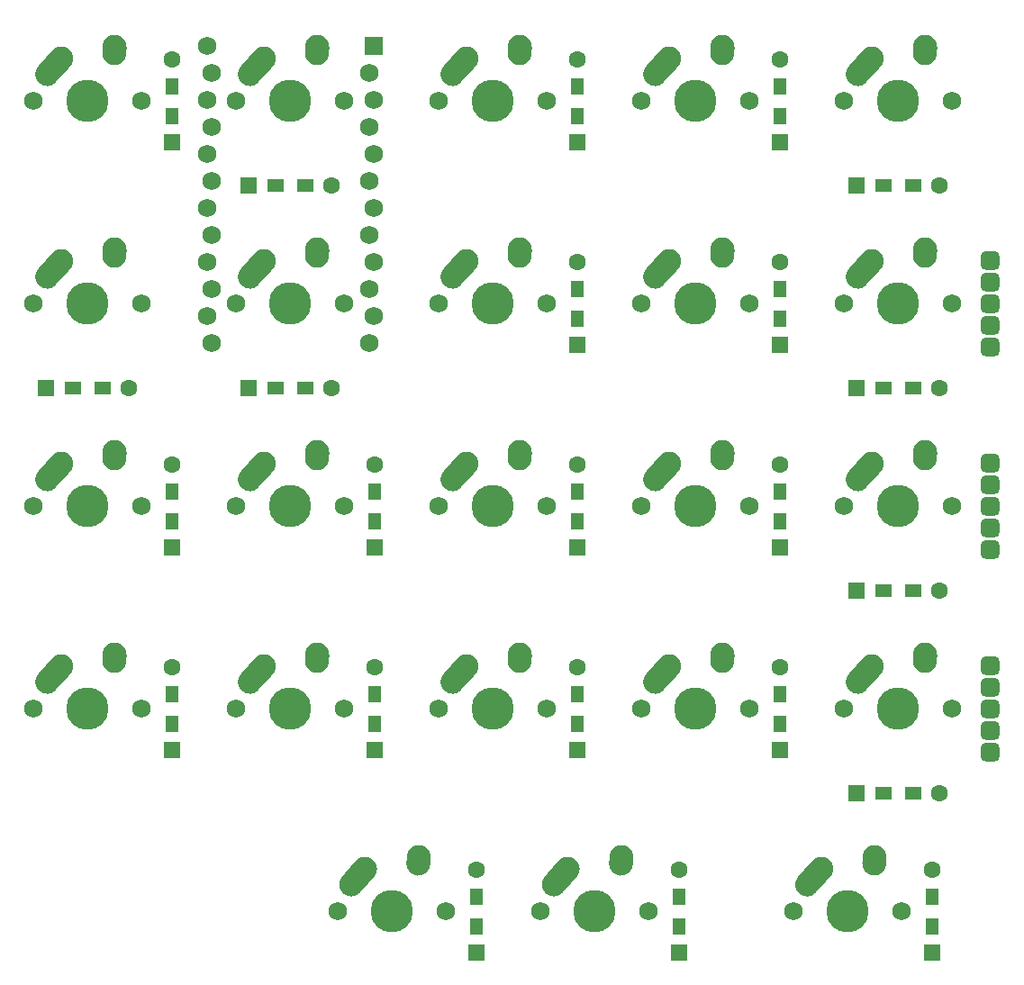
<source format=gbs>
%TF.GenerationSoftware,KiCad,Pcbnew,(5.1.12)-1*%
%TF.CreationDate,2022-01-01T12:52:38-05:00*%
%TF.ProjectId,my-keeb-1,6d792d6b-6565-4622-9d31-2e6b69636164,rev?*%
%TF.SameCoordinates,Original*%
%TF.FileFunction,Soldermask,Bot*%
%TF.FilePolarity,Negative*%
%FSLAX46Y46*%
G04 Gerber Fmt 4.6, Leading zero omitted, Abs format (unit mm)*
G04 Created by KiCad (PCBNEW (5.1.12)-1) date 2022-01-01 12:52:38*
%MOMM*%
%LPD*%
G01*
G04 APERTURE LIST*
%ADD10C,1.750000*%
%ADD11C,2.250000*%
%ADD12C,3.987800*%
%ADD13C,1.752600*%
%ADD14R,1.752600X1.752600*%
%ADD15R,1.600000X1.600000*%
%ADD16C,1.600000*%
%ADD17R,1.200000X1.600000*%
%ADD18R,1.600000X1.200000*%
G04 APERTURE END LIST*
%TO.C,M3*%
G36*
G01*
X107937300Y-36772850D02*
X107937300Y-37649150D01*
G75*
G02*
X107499150Y-38087300I-438150J0D01*
G01*
X106622850Y-38087300D01*
G75*
G02*
X106184700Y-37649150I0J438150D01*
G01*
X106184700Y-36772850D01*
G75*
G02*
X106622850Y-36334700I438150J0D01*
G01*
X107499150Y-36334700D01*
G75*
G02*
X107937300Y-36772850I0J-438150D01*
G01*
G37*
G36*
G01*
X107937300Y-38804850D02*
X107937300Y-39681150D01*
G75*
G02*
X107499150Y-40119300I-438150J0D01*
G01*
X106622850Y-40119300D01*
G75*
G02*
X106184700Y-39681150I0J438150D01*
G01*
X106184700Y-38804850D01*
G75*
G02*
X106622850Y-38366700I438150J0D01*
G01*
X107499150Y-38366700D01*
G75*
G02*
X107937300Y-38804850I0J-438150D01*
G01*
G37*
G36*
G01*
X107937300Y-40836850D02*
X107937300Y-41713150D01*
G75*
G02*
X107499150Y-42151300I-438150J0D01*
G01*
X106622850Y-42151300D01*
G75*
G02*
X106184700Y-41713150I0J438150D01*
G01*
X106184700Y-40836850D01*
G75*
G02*
X106622850Y-40398700I438150J0D01*
G01*
X107499150Y-40398700D01*
G75*
G02*
X107937300Y-40836850I0J-438150D01*
G01*
G37*
G36*
G01*
X107937300Y-42868850D02*
X107937300Y-43745150D01*
G75*
G02*
X107499150Y-44183300I-438150J0D01*
G01*
X106622850Y-44183300D01*
G75*
G02*
X106184700Y-43745150I0J438150D01*
G01*
X106184700Y-42868850D01*
G75*
G02*
X106622850Y-42430700I438150J0D01*
G01*
X107499150Y-42430700D01*
G75*
G02*
X107937300Y-42868850I0J-438150D01*
G01*
G37*
G36*
G01*
X107937300Y-44900850D02*
X107937300Y-45777150D01*
G75*
G02*
X107499150Y-46215300I-438150J0D01*
G01*
X106622850Y-46215300D01*
G75*
G02*
X106184700Y-45777150I0J438150D01*
G01*
X106184700Y-44900850D01*
G75*
G02*
X106622850Y-44462700I438150J0D01*
G01*
X107499150Y-44462700D01*
G75*
G02*
X107937300Y-44900850I0J-438150D01*
G01*
G37*
%TD*%
%TO.C,M2*%
G36*
G01*
X106184700Y-83877150D02*
X106184700Y-83000850D01*
G75*
G02*
X106622850Y-82562700I438150J0D01*
G01*
X107499150Y-82562700D01*
G75*
G02*
X107937300Y-83000850I0J-438150D01*
G01*
X107937300Y-83877150D01*
G75*
G02*
X107499150Y-84315300I-438150J0D01*
G01*
X106622850Y-84315300D01*
G75*
G02*
X106184700Y-83877150I0J438150D01*
G01*
G37*
G36*
G01*
X106184700Y-81845150D02*
X106184700Y-80968850D01*
G75*
G02*
X106622850Y-80530700I438150J0D01*
G01*
X107499150Y-80530700D01*
G75*
G02*
X107937300Y-80968850I0J-438150D01*
G01*
X107937300Y-81845150D01*
G75*
G02*
X107499150Y-82283300I-438150J0D01*
G01*
X106622850Y-82283300D01*
G75*
G02*
X106184700Y-81845150I0J438150D01*
G01*
G37*
G36*
G01*
X106184700Y-79813150D02*
X106184700Y-78936850D01*
G75*
G02*
X106622850Y-78498700I438150J0D01*
G01*
X107499150Y-78498700D01*
G75*
G02*
X107937300Y-78936850I0J-438150D01*
G01*
X107937300Y-79813150D01*
G75*
G02*
X107499150Y-80251300I-438150J0D01*
G01*
X106622850Y-80251300D01*
G75*
G02*
X106184700Y-79813150I0J438150D01*
G01*
G37*
G36*
G01*
X106184700Y-77781150D02*
X106184700Y-76904850D01*
G75*
G02*
X106622850Y-76466700I438150J0D01*
G01*
X107499150Y-76466700D01*
G75*
G02*
X107937300Y-76904850I0J-438150D01*
G01*
X107937300Y-77781150D01*
G75*
G02*
X107499150Y-78219300I-438150J0D01*
G01*
X106622850Y-78219300D01*
G75*
G02*
X106184700Y-77781150I0J438150D01*
G01*
G37*
G36*
G01*
X106184700Y-75749150D02*
X106184700Y-74872850D01*
G75*
G02*
X106622850Y-74434700I438150J0D01*
G01*
X107499150Y-74434700D01*
G75*
G02*
X107937300Y-74872850I0J-438150D01*
G01*
X107937300Y-75749150D01*
G75*
G02*
X107499150Y-76187300I-438150J0D01*
G01*
X106622850Y-76187300D01*
G75*
G02*
X106184700Y-75749150I0J438150D01*
G01*
G37*
%TD*%
%TO.C,M1*%
G36*
G01*
X106184700Y-64827150D02*
X106184700Y-63950850D01*
G75*
G02*
X106622850Y-63512700I438150J0D01*
G01*
X107499150Y-63512700D01*
G75*
G02*
X107937300Y-63950850I0J-438150D01*
G01*
X107937300Y-64827150D01*
G75*
G02*
X107499150Y-65265300I-438150J0D01*
G01*
X106622850Y-65265300D01*
G75*
G02*
X106184700Y-64827150I0J438150D01*
G01*
G37*
G36*
G01*
X106184700Y-62795150D02*
X106184700Y-61918850D01*
G75*
G02*
X106622850Y-61480700I438150J0D01*
G01*
X107499150Y-61480700D01*
G75*
G02*
X107937300Y-61918850I0J-438150D01*
G01*
X107937300Y-62795150D01*
G75*
G02*
X107499150Y-63233300I-438150J0D01*
G01*
X106622850Y-63233300D01*
G75*
G02*
X106184700Y-62795150I0J438150D01*
G01*
G37*
G36*
G01*
X106184700Y-60763150D02*
X106184700Y-59886850D01*
G75*
G02*
X106622850Y-59448700I438150J0D01*
G01*
X107499150Y-59448700D01*
G75*
G02*
X107937300Y-59886850I0J-438150D01*
G01*
X107937300Y-60763150D01*
G75*
G02*
X107499150Y-61201300I-438150J0D01*
G01*
X106622850Y-61201300D01*
G75*
G02*
X106184700Y-60763150I0J438150D01*
G01*
G37*
G36*
G01*
X106184700Y-58731150D02*
X106184700Y-57854850D01*
G75*
G02*
X106622850Y-57416700I438150J0D01*
G01*
X107499150Y-57416700D01*
G75*
G02*
X107937300Y-57854850I0J-438150D01*
G01*
X107937300Y-58731150D01*
G75*
G02*
X107499150Y-59169300I-438150J0D01*
G01*
X106622850Y-59169300D01*
G75*
G02*
X106184700Y-58731150I0J438150D01*
G01*
G37*
G36*
G01*
X106184700Y-56699150D02*
X106184700Y-55822850D01*
G75*
G02*
X106622850Y-55384700I438150J0D01*
G01*
X107499150Y-55384700D01*
G75*
G02*
X107937300Y-55822850I0J-438150D01*
G01*
X107937300Y-56699150D01*
G75*
G02*
X107499150Y-57137300I-438150J0D01*
G01*
X106622850Y-57137300D01*
G75*
G02*
X106184700Y-56699150I0J438150D01*
G01*
G37*
%TD*%
D10*
%TO.C,MX19*%
X103505000Y-22225000D03*
X93345000Y-22225000D03*
D11*
X95925000Y-18225000D03*
D12*
X98425000Y-22225000D03*
G36*
G01*
X93863688Y-20522350D02*
X93863683Y-20522345D01*
G75*
G02*
X93777655Y-18933683I751317J837345D01*
G01*
X95087657Y-17473683D01*
G75*
G02*
X96676319Y-17387655I837345J-751317D01*
G01*
X96676319Y-17387655D01*
G75*
G02*
X96762347Y-18976317I-751317J-837345D01*
G01*
X95452345Y-20436317D01*
G75*
G02*
X93863683Y-20522345I-837345J751317D01*
G01*
G37*
D11*
X100965000Y-17145000D03*
G36*
G01*
X100848483Y-18847395D02*
X100847597Y-18847334D01*
G75*
G02*
X99802666Y-17647597I77403J1122334D01*
G01*
X99842666Y-17067597D01*
G75*
G02*
X101042403Y-16022666I1122334J-77403D01*
G01*
X101042403Y-16022666D01*
G75*
G02*
X102087334Y-17222403I-77403J-1122334D01*
G01*
X102047334Y-17802403D01*
G75*
G02*
X100847597Y-18847334I-1122334J77403D01*
G01*
G37*
%TD*%
D13*
%TO.C,U1*%
X33426400Y-16986250D03*
X48666400Y-44926250D03*
X33883600Y-19526250D03*
X33426400Y-22066250D03*
X33883600Y-24606250D03*
X33426400Y-27146250D03*
X33883600Y-29686250D03*
X33426400Y-32226250D03*
X33883600Y-34766250D03*
X33426400Y-37306250D03*
X33883600Y-39846250D03*
X33426400Y-42386250D03*
X33883600Y-44926250D03*
X49123600Y-42386250D03*
X48666400Y-39846250D03*
X49123600Y-37306250D03*
X48666400Y-34766250D03*
X49123600Y-32226250D03*
X48666400Y-29686250D03*
X49123600Y-27146250D03*
X48666400Y-24606250D03*
X49123600Y-22066250D03*
X48666400Y-19526250D03*
D14*
X49123600Y-16986250D03*
%TD*%
%TO.C,MX23*%
G36*
G01*
X96085983Y-95047395D02*
X96085097Y-95047334D01*
G75*
G02*
X95040166Y-93847597I77403J1122334D01*
G01*
X95080166Y-93267597D01*
G75*
G02*
X96279903Y-92222666I1122334J-77403D01*
G01*
X96279903Y-92222666D01*
G75*
G02*
X97324834Y-93422403I-77403J-1122334D01*
G01*
X97284834Y-94002403D01*
G75*
G02*
X96085097Y-95047334I-1122334J77403D01*
G01*
G37*
D11*
X96202500Y-93345000D03*
G36*
G01*
X89101188Y-96722350D02*
X89101183Y-96722345D01*
G75*
G02*
X89015155Y-95133683I751317J837345D01*
G01*
X90325157Y-93673683D01*
G75*
G02*
X91913819Y-93587655I837345J-751317D01*
G01*
X91913819Y-93587655D01*
G75*
G02*
X91999847Y-95176317I-751317J-837345D01*
G01*
X90689845Y-96636317D01*
G75*
G02*
X89101183Y-96722345I-837345J751317D01*
G01*
G37*
D12*
X93662500Y-98425000D03*
D11*
X91162500Y-94425000D03*
D10*
X88582500Y-98425000D03*
X98742500Y-98425000D03*
%TD*%
%TO.C,MX22*%
G36*
G01*
X100848483Y-75997395D02*
X100847597Y-75997334D01*
G75*
G02*
X99802666Y-74797597I77403J1122334D01*
G01*
X99842666Y-74217597D01*
G75*
G02*
X101042403Y-73172666I1122334J-77403D01*
G01*
X101042403Y-73172666D01*
G75*
G02*
X102087334Y-74372403I-77403J-1122334D01*
G01*
X102047334Y-74952403D01*
G75*
G02*
X100847597Y-75997334I-1122334J77403D01*
G01*
G37*
D11*
X100965000Y-74295000D03*
G36*
G01*
X93863688Y-77672350D02*
X93863683Y-77672345D01*
G75*
G02*
X93777655Y-76083683I751317J837345D01*
G01*
X95087657Y-74623683D01*
G75*
G02*
X96676319Y-74537655I837345J-751317D01*
G01*
X96676319Y-74537655D01*
G75*
G02*
X96762347Y-76126317I-751317J-837345D01*
G01*
X95452345Y-77586317D01*
G75*
G02*
X93863683Y-77672345I-837345J751317D01*
G01*
G37*
D12*
X98425000Y-79375000D03*
D11*
X95925000Y-75375000D03*
D10*
X93345000Y-79375000D03*
X103505000Y-79375000D03*
%TD*%
%TO.C,MX21*%
G36*
G01*
X100848483Y-56947395D02*
X100847597Y-56947334D01*
G75*
G02*
X99802666Y-55747597I77403J1122334D01*
G01*
X99842666Y-55167597D01*
G75*
G02*
X101042403Y-54122666I1122334J-77403D01*
G01*
X101042403Y-54122666D01*
G75*
G02*
X102087334Y-55322403I-77403J-1122334D01*
G01*
X102047334Y-55902403D01*
G75*
G02*
X100847597Y-56947334I-1122334J77403D01*
G01*
G37*
D11*
X100965000Y-55245000D03*
G36*
G01*
X93863688Y-58622350D02*
X93863683Y-58622345D01*
G75*
G02*
X93777655Y-57033683I751317J837345D01*
G01*
X95087657Y-55573683D01*
G75*
G02*
X96676319Y-55487655I837345J-751317D01*
G01*
X96676319Y-55487655D01*
G75*
G02*
X96762347Y-57076317I-751317J-837345D01*
G01*
X95452345Y-58536317D01*
G75*
G02*
X93863683Y-58622345I-837345J751317D01*
G01*
G37*
D12*
X98425000Y-60325000D03*
D11*
X95925000Y-56325000D03*
D10*
X93345000Y-60325000D03*
X103505000Y-60325000D03*
%TD*%
%TO.C,MX20*%
G36*
G01*
X100848483Y-37897395D02*
X100847597Y-37897334D01*
G75*
G02*
X99802666Y-36697597I77403J1122334D01*
G01*
X99842666Y-36117597D01*
G75*
G02*
X101042403Y-35072666I1122334J-77403D01*
G01*
X101042403Y-35072666D01*
G75*
G02*
X102087334Y-36272403I-77403J-1122334D01*
G01*
X102047334Y-36852403D01*
G75*
G02*
X100847597Y-37897334I-1122334J77403D01*
G01*
G37*
D11*
X100965000Y-36195000D03*
G36*
G01*
X93863688Y-39572350D02*
X93863683Y-39572345D01*
G75*
G02*
X93777655Y-37983683I751317J837345D01*
G01*
X95087657Y-36523683D01*
G75*
G02*
X96676319Y-36437655I837345J-751317D01*
G01*
X96676319Y-36437655D01*
G75*
G02*
X96762347Y-38026317I-751317J-837345D01*
G01*
X95452345Y-39486317D01*
G75*
G02*
X93863683Y-39572345I-837345J751317D01*
G01*
G37*
D12*
X98425000Y-41275000D03*
D11*
X95925000Y-37275000D03*
D10*
X93345000Y-41275000D03*
X103505000Y-41275000D03*
%TD*%
%TO.C,MX18*%
G36*
G01*
X72273483Y-95047395D02*
X72272597Y-95047334D01*
G75*
G02*
X71227666Y-93847597I77403J1122334D01*
G01*
X71267666Y-93267597D01*
G75*
G02*
X72467403Y-92222666I1122334J-77403D01*
G01*
X72467403Y-92222666D01*
G75*
G02*
X73512334Y-93422403I-77403J-1122334D01*
G01*
X73472334Y-94002403D01*
G75*
G02*
X72272597Y-95047334I-1122334J77403D01*
G01*
G37*
D11*
X72390000Y-93345000D03*
G36*
G01*
X65288688Y-96722350D02*
X65288683Y-96722345D01*
G75*
G02*
X65202655Y-95133683I751317J837345D01*
G01*
X66512657Y-93673683D01*
G75*
G02*
X68101319Y-93587655I837345J-751317D01*
G01*
X68101319Y-93587655D01*
G75*
G02*
X68187347Y-95176317I-751317J-837345D01*
G01*
X66877345Y-96636317D01*
G75*
G02*
X65288683Y-96722345I-837345J751317D01*
G01*
G37*
D12*
X69850000Y-98425000D03*
D11*
X67350000Y-94425000D03*
D10*
X64770000Y-98425000D03*
X74930000Y-98425000D03*
%TD*%
%TO.C,MX17*%
G36*
G01*
X81798483Y-75997395D02*
X81797597Y-75997334D01*
G75*
G02*
X80752666Y-74797597I77403J1122334D01*
G01*
X80792666Y-74217597D01*
G75*
G02*
X81992403Y-73172666I1122334J-77403D01*
G01*
X81992403Y-73172666D01*
G75*
G02*
X83037334Y-74372403I-77403J-1122334D01*
G01*
X82997334Y-74952403D01*
G75*
G02*
X81797597Y-75997334I-1122334J77403D01*
G01*
G37*
D11*
X81915000Y-74295000D03*
G36*
G01*
X74813688Y-77672350D02*
X74813683Y-77672345D01*
G75*
G02*
X74727655Y-76083683I751317J837345D01*
G01*
X76037657Y-74623683D01*
G75*
G02*
X77626319Y-74537655I837345J-751317D01*
G01*
X77626319Y-74537655D01*
G75*
G02*
X77712347Y-76126317I-751317J-837345D01*
G01*
X76402345Y-77586317D01*
G75*
G02*
X74813683Y-77672345I-837345J751317D01*
G01*
G37*
D12*
X79375000Y-79375000D03*
D11*
X76875000Y-75375000D03*
D10*
X74295000Y-79375000D03*
X84455000Y-79375000D03*
%TD*%
%TO.C,MX16*%
G36*
G01*
X81798483Y-56947395D02*
X81797597Y-56947334D01*
G75*
G02*
X80752666Y-55747597I77403J1122334D01*
G01*
X80792666Y-55167597D01*
G75*
G02*
X81992403Y-54122666I1122334J-77403D01*
G01*
X81992403Y-54122666D01*
G75*
G02*
X83037334Y-55322403I-77403J-1122334D01*
G01*
X82997334Y-55902403D01*
G75*
G02*
X81797597Y-56947334I-1122334J77403D01*
G01*
G37*
D11*
X81915000Y-55245000D03*
G36*
G01*
X74813688Y-58622350D02*
X74813683Y-58622345D01*
G75*
G02*
X74727655Y-57033683I751317J837345D01*
G01*
X76037657Y-55573683D01*
G75*
G02*
X77626319Y-55487655I837345J-751317D01*
G01*
X77626319Y-55487655D01*
G75*
G02*
X77712347Y-57076317I-751317J-837345D01*
G01*
X76402345Y-58536317D01*
G75*
G02*
X74813683Y-58622345I-837345J751317D01*
G01*
G37*
D12*
X79375000Y-60325000D03*
D11*
X76875000Y-56325000D03*
D10*
X74295000Y-60325000D03*
X84455000Y-60325000D03*
%TD*%
%TO.C,MX15*%
G36*
G01*
X81798483Y-37897395D02*
X81797597Y-37897334D01*
G75*
G02*
X80752666Y-36697597I77403J1122334D01*
G01*
X80792666Y-36117597D01*
G75*
G02*
X81992403Y-35072666I1122334J-77403D01*
G01*
X81992403Y-35072666D01*
G75*
G02*
X83037334Y-36272403I-77403J-1122334D01*
G01*
X82997334Y-36852403D01*
G75*
G02*
X81797597Y-37897334I-1122334J77403D01*
G01*
G37*
D11*
X81915000Y-36195000D03*
G36*
G01*
X74813688Y-39572350D02*
X74813683Y-39572345D01*
G75*
G02*
X74727655Y-37983683I751317J837345D01*
G01*
X76037657Y-36523683D01*
G75*
G02*
X77626319Y-36437655I837345J-751317D01*
G01*
X77626319Y-36437655D01*
G75*
G02*
X77712347Y-38026317I-751317J-837345D01*
G01*
X76402345Y-39486317D01*
G75*
G02*
X74813683Y-39572345I-837345J751317D01*
G01*
G37*
D12*
X79375000Y-41275000D03*
D11*
X76875000Y-37275000D03*
D10*
X74295000Y-41275000D03*
X84455000Y-41275000D03*
%TD*%
%TO.C,MX14*%
G36*
G01*
X81798483Y-18847395D02*
X81797597Y-18847334D01*
G75*
G02*
X80752666Y-17647597I77403J1122334D01*
G01*
X80792666Y-17067597D01*
G75*
G02*
X81992403Y-16022666I1122334J-77403D01*
G01*
X81992403Y-16022666D01*
G75*
G02*
X83037334Y-17222403I-77403J-1122334D01*
G01*
X82997334Y-17802403D01*
G75*
G02*
X81797597Y-18847334I-1122334J77403D01*
G01*
G37*
D11*
X81915000Y-17145000D03*
G36*
G01*
X74813688Y-20522350D02*
X74813683Y-20522345D01*
G75*
G02*
X74727655Y-18933683I751317J837345D01*
G01*
X76037657Y-17473683D01*
G75*
G02*
X77626319Y-17387655I837345J-751317D01*
G01*
X77626319Y-17387655D01*
G75*
G02*
X77712347Y-18976317I-751317J-837345D01*
G01*
X76402345Y-20436317D01*
G75*
G02*
X74813683Y-20522345I-837345J751317D01*
G01*
G37*
D12*
X79375000Y-22225000D03*
D11*
X76875000Y-18225000D03*
D10*
X74295000Y-22225000D03*
X84455000Y-22225000D03*
%TD*%
%TO.C,MX13*%
G36*
G01*
X53223483Y-95047395D02*
X53222597Y-95047334D01*
G75*
G02*
X52177666Y-93847597I77403J1122334D01*
G01*
X52217666Y-93267597D01*
G75*
G02*
X53417403Y-92222666I1122334J-77403D01*
G01*
X53417403Y-92222666D01*
G75*
G02*
X54462334Y-93422403I-77403J-1122334D01*
G01*
X54422334Y-94002403D01*
G75*
G02*
X53222597Y-95047334I-1122334J77403D01*
G01*
G37*
D11*
X53340000Y-93345000D03*
G36*
G01*
X46238688Y-96722350D02*
X46238683Y-96722345D01*
G75*
G02*
X46152655Y-95133683I751317J837345D01*
G01*
X47462657Y-93673683D01*
G75*
G02*
X49051319Y-93587655I837345J-751317D01*
G01*
X49051319Y-93587655D01*
G75*
G02*
X49137347Y-95176317I-751317J-837345D01*
G01*
X47827345Y-96636317D01*
G75*
G02*
X46238683Y-96722345I-837345J751317D01*
G01*
G37*
D12*
X50800000Y-98425000D03*
D11*
X48300000Y-94425000D03*
D10*
X45720000Y-98425000D03*
X55880000Y-98425000D03*
%TD*%
%TO.C,MX12*%
G36*
G01*
X62748483Y-75997395D02*
X62747597Y-75997334D01*
G75*
G02*
X61702666Y-74797597I77403J1122334D01*
G01*
X61742666Y-74217597D01*
G75*
G02*
X62942403Y-73172666I1122334J-77403D01*
G01*
X62942403Y-73172666D01*
G75*
G02*
X63987334Y-74372403I-77403J-1122334D01*
G01*
X63947334Y-74952403D01*
G75*
G02*
X62747597Y-75997334I-1122334J77403D01*
G01*
G37*
D11*
X62865000Y-74295000D03*
G36*
G01*
X55763688Y-77672350D02*
X55763683Y-77672345D01*
G75*
G02*
X55677655Y-76083683I751317J837345D01*
G01*
X56987657Y-74623683D01*
G75*
G02*
X58576319Y-74537655I837345J-751317D01*
G01*
X58576319Y-74537655D01*
G75*
G02*
X58662347Y-76126317I-751317J-837345D01*
G01*
X57352345Y-77586317D01*
G75*
G02*
X55763683Y-77672345I-837345J751317D01*
G01*
G37*
D12*
X60325000Y-79375000D03*
D11*
X57825000Y-75375000D03*
D10*
X55245000Y-79375000D03*
X65405000Y-79375000D03*
%TD*%
%TO.C,MX11*%
G36*
G01*
X62748483Y-56947395D02*
X62747597Y-56947334D01*
G75*
G02*
X61702666Y-55747597I77403J1122334D01*
G01*
X61742666Y-55167597D01*
G75*
G02*
X62942403Y-54122666I1122334J-77403D01*
G01*
X62942403Y-54122666D01*
G75*
G02*
X63987334Y-55322403I-77403J-1122334D01*
G01*
X63947334Y-55902403D01*
G75*
G02*
X62747597Y-56947334I-1122334J77403D01*
G01*
G37*
D11*
X62865000Y-55245000D03*
G36*
G01*
X55763688Y-58622350D02*
X55763683Y-58622345D01*
G75*
G02*
X55677655Y-57033683I751317J837345D01*
G01*
X56987657Y-55573683D01*
G75*
G02*
X58576319Y-55487655I837345J-751317D01*
G01*
X58576319Y-55487655D01*
G75*
G02*
X58662347Y-57076317I-751317J-837345D01*
G01*
X57352345Y-58536317D01*
G75*
G02*
X55763683Y-58622345I-837345J751317D01*
G01*
G37*
D12*
X60325000Y-60325000D03*
D11*
X57825000Y-56325000D03*
D10*
X55245000Y-60325000D03*
X65405000Y-60325000D03*
%TD*%
%TO.C,MX10*%
G36*
G01*
X62748483Y-37897395D02*
X62747597Y-37897334D01*
G75*
G02*
X61702666Y-36697597I77403J1122334D01*
G01*
X61742666Y-36117597D01*
G75*
G02*
X62942403Y-35072666I1122334J-77403D01*
G01*
X62942403Y-35072666D01*
G75*
G02*
X63987334Y-36272403I-77403J-1122334D01*
G01*
X63947334Y-36852403D01*
G75*
G02*
X62747597Y-37897334I-1122334J77403D01*
G01*
G37*
D11*
X62865000Y-36195000D03*
G36*
G01*
X55763688Y-39572350D02*
X55763683Y-39572345D01*
G75*
G02*
X55677655Y-37983683I751317J837345D01*
G01*
X56987657Y-36523683D01*
G75*
G02*
X58576319Y-36437655I837345J-751317D01*
G01*
X58576319Y-36437655D01*
G75*
G02*
X58662347Y-38026317I-751317J-837345D01*
G01*
X57352345Y-39486317D01*
G75*
G02*
X55763683Y-39572345I-837345J751317D01*
G01*
G37*
D12*
X60325000Y-41275000D03*
D11*
X57825000Y-37275000D03*
D10*
X55245000Y-41275000D03*
X65405000Y-41275000D03*
%TD*%
%TO.C,MX9*%
G36*
G01*
X62748483Y-18847395D02*
X62747597Y-18847334D01*
G75*
G02*
X61702666Y-17647597I77403J1122334D01*
G01*
X61742666Y-17067597D01*
G75*
G02*
X62942403Y-16022666I1122334J-77403D01*
G01*
X62942403Y-16022666D01*
G75*
G02*
X63987334Y-17222403I-77403J-1122334D01*
G01*
X63947334Y-17802403D01*
G75*
G02*
X62747597Y-18847334I-1122334J77403D01*
G01*
G37*
D11*
X62865000Y-17145000D03*
G36*
G01*
X55763688Y-20522350D02*
X55763683Y-20522345D01*
G75*
G02*
X55677655Y-18933683I751317J837345D01*
G01*
X56987657Y-17473683D01*
G75*
G02*
X58576319Y-17387655I837345J-751317D01*
G01*
X58576319Y-17387655D01*
G75*
G02*
X58662347Y-18976317I-751317J-837345D01*
G01*
X57352345Y-20436317D01*
G75*
G02*
X55763683Y-20522345I-837345J751317D01*
G01*
G37*
D12*
X60325000Y-22225000D03*
D11*
X57825000Y-18225000D03*
D10*
X55245000Y-22225000D03*
X65405000Y-22225000D03*
%TD*%
%TO.C,MX8*%
G36*
G01*
X43698483Y-75997395D02*
X43697597Y-75997334D01*
G75*
G02*
X42652666Y-74797597I77403J1122334D01*
G01*
X42692666Y-74217597D01*
G75*
G02*
X43892403Y-73172666I1122334J-77403D01*
G01*
X43892403Y-73172666D01*
G75*
G02*
X44937334Y-74372403I-77403J-1122334D01*
G01*
X44897334Y-74952403D01*
G75*
G02*
X43697597Y-75997334I-1122334J77403D01*
G01*
G37*
D11*
X43815000Y-74295000D03*
G36*
G01*
X36713688Y-77672350D02*
X36713683Y-77672345D01*
G75*
G02*
X36627655Y-76083683I751317J837345D01*
G01*
X37937657Y-74623683D01*
G75*
G02*
X39526319Y-74537655I837345J-751317D01*
G01*
X39526319Y-74537655D01*
G75*
G02*
X39612347Y-76126317I-751317J-837345D01*
G01*
X38302345Y-77586317D01*
G75*
G02*
X36713683Y-77672345I-837345J751317D01*
G01*
G37*
D12*
X41275000Y-79375000D03*
D11*
X38775000Y-75375000D03*
D10*
X36195000Y-79375000D03*
X46355000Y-79375000D03*
%TD*%
%TO.C,MX7*%
G36*
G01*
X43698483Y-56947395D02*
X43697597Y-56947334D01*
G75*
G02*
X42652666Y-55747597I77403J1122334D01*
G01*
X42692666Y-55167597D01*
G75*
G02*
X43892403Y-54122666I1122334J-77403D01*
G01*
X43892403Y-54122666D01*
G75*
G02*
X44937334Y-55322403I-77403J-1122334D01*
G01*
X44897334Y-55902403D01*
G75*
G02*
X43697597Y-56947334I-1122334J77403D01*
G01*
G37*
D11*
X43815000Y-55245000D03*
G36*
G01*
X36713688Y-58622350D02*
X36713683Y-58622345D01*
G75*
G02*
X36627655Y-57033683I751317J837345D01*
G01*
X37937657Y-55573683D01*
G75*
G02*
X39526319Y-55487655I837345J-751317D01*
G01*
X39526319Y-55487655D01*
G75*
G02*
X39612347Y-57076317I-751317J-837345D01*
G01*
X38302345Y-58536317D01*
G75*
G02*
X36713683Y-58622345I-837345J751317D01*
G01*
G37*
D12*
X41275000Y-60325000D03*
D11*
X38775000Y-56325000D03*
D10*
X36195000Y-60325000D03*
X46355000Y-60325000D03*
%TD*%
%TO.C,MX6*%
G36*
G01*
X43698483Y-37897395D02*
X43697597Y-37897334D01*
G75*
G02*
X42652666Y-36697597I77403J1122334D01*
G01*
X42692666Y-36117597D01*
G75*
G02*
X43892403Y-35072666I1122334J-77403D01*
G01*
X43892403Y-35072666D01*
G75*
G02*
X44937334Y-36272403I-77403J-1122334D01*
G01*
X44897334Y-36852403D01*
G75*
G02*
X43697597Y-37897334I-1122334J77403D01*
G01*
G37*
D11*
X43815000Y-36195000D03*
G36*
G01*
X36713688Y-39572350D02*
X36713683Y-39572345D01*
G75*
G02*
X36627655Y-37983683I751317J837345D01*
G01*
X37937657Y-36523683D01*
G75*
G02*
X39526319Y-36437655I837345J-751317D01*
G01*
X39526319Y-36437655D01*
G75*
G02*
X39612347Y-38026317I-751317J-837345D01*
G01*
X38302345Y-39486317D01*
G75*
G02*
X36713683Y-39572345I-837345J751317D01*
G01*
G37*
D12*
X41275000Y-41275000D03*
D11*
X38775000Y-37275000D03*
D10*
X36195000Y-41275000D03*
X46355000Y-41275000D03*
%TD*%
%TO.C,MX5*%
G36*
G01*
X43698483Y-18847395D02*
X43697597Y-18847334D01*
G75*
G02*
X42652666Y-17647597I77403J1122334D01*
G01*
X42692666Y-17067597D01*
G75*
G02*
X43892403Y-16022666I1122334J-77403D01*
G01*
X43892403Y-16022666D01*
G75*
G02*
X44937334Y-17222403I-77403J-1122334D01*
G01*
X44897334Y-17802403D01*
G75*
G02*
X43697597Y-18847334I-1122334J77403D01*
G01*
G37*
D11*
X43815000Y-17145000D03*
G36*
G01*
X36713688Y-20522350D02*
X36713683Y-20522345D01*
G75*
G02*
X36627655Y-18933683I751317J837345D01*
G01*
X37937657Y-17473683D01*
G75*
G02*
X39526319Y-17387655I837345J-751317D01*
G01*
X39526319Y-17387655D01*
G75*
G02*
X39612347Y-18976317I-751317J-837345D01*
G01*
X38302345Y-20436317D01*
G75*
G02*
X36713683Y-20522345I-837345J751317D01*
G01*
G37*
D12*
X41275000Y-22225000D03*
D11*
X38775000Y-18225000D03*
D10*
X36195000Y-22225000D03*
X46355000Y-22225000D03*
%TD*%
%TO.C,MX4*%
G36*
G01*
X24648483Y-75997395D02*
X24647597Y-75997334D01*
G75*
G02*
X23602666Y-74797597I77403J1122334D01*
G01*
X23642666Y-74217597D01*
G75*
G02*
X24842403Y-73172666I1122334J-77403D01*
G01*
X24842403Y-73172666D01*
G75*
G02*
X25887334Y-74372403I-77403J-1122334D01*
G01*
X25847334Y-74952403D01*
G75*
G02*
X24647597Y-75997334I-1122334J77403D01*
G01*
G37*
D11*
X24765000Y-74295000D03*
G36*
G01*
X17663688Y-77672350D02*
X17663683Y-77672345D01*
G75*
G02*
X17577655Y-76083683I751317J837345D01*
G01*
X18887657Y-74623683D01*
G75*
G02*
X20476319Y-74537655I837345J-751317D01*
G01*
X20476319Y-74537655D01*
G75*
G02*
X20562347Y-76126317I-751317J-837345D01*
G01*
X19252345Y-77586317D01*
G75*
G02*
X17663683Y-77672345I-837345J751317D01*
G01*
G37*
D12*
X22225000Y-79375000D03*
D11*
X19725000Y-75375000D03*
D10*
X17145000Y-79375000D03*
X27305000Y-79375000D03*
%TD*%
%TO.C,MX3*%
G36*
G01*
X24648483Y-56947395D02*
X24647597Y-56947334D01*
G75*
G02*
X23602666Y-55747597I77403J1122334D01*
G01*
X23642666Y-55167597D01*
G75*
G02*
X24842403Y-54122666I1122334J-77403D01*
G01*
X24842403Y-54122666D01*
G75*
G02*
X25887334Y-55322403I-77403J-1122334D01*
G01*
X25847334Y-55902403D01*
G75*
G02*
X24647597Y-56947334I-1122334J77403D01*
G01*
G37*
D11*
X24765000Y-55245000D03*
G36*
G01*
X17663688Y-58622350D02*
X17663683Y-58622345D01*
G75*
G02*
X17577655Y-57033683I751317J837345D01*
G01*
X18887657Y-55573683D01*
G75*
G02*
X20476319Y-55487655I837345J-751317D01*
G01*
X20476319Y-55487655D01*
G75*
G02*
X20562347Y-57076317I-751317J-837345D01*
G01*
X19252345Y-58536317D01*
G75*
G02*
X17663683Y-58622345I-837345J751317D01*
G01*
G37*
D12*
X22225000Y-60325000D03*
D11*
X19725000Y-56325000D03*
D10*
X17145000Y-60325000D03*
X27305000Y-60325000D03*
%TD*%
%TO.C,MX2*%
G36*
G01*
X24648483Y-37897395D02*
X24647597Y-37897334D01*
G75*
G02*
X23602666Y-36697597I77403J1122334D01*
G01*
X23642666Y-36117597D01*
G75*
G02*
X24842403Y-35072666I1122334J-77403D01*
G01*
X24842403Y-35072666D01*
G75*
G02*
X25887334Y-36272403I-77403J-1122334D01*
G01*
X25847334Y-36852403D01*
G75*
G02*
X24647597Y-37897334I-1122334J77403D01*
G01*
G37*
D11*
X24765000Y-36195000D03*
G36*
G01*
X17663688Y-39572350D02*
X17663683Y-39572345D01*
G75*
G02*
X17577655Y-37983683I751317J837345D01*
G01*
X18887657Y-36523683D01*
G75*
G02*
X20476319Y-36437655I837345J-751317D01*
G01*
X20476319Y-36437655D01*
G75*
G02*
X20562347Y-38026317I-751317J-837345D01*
G01*
X19252345Y-39486317D01*
G75*
G02*
X17663683Y-39572345I-837345J751317D01*
G01*
G37*
D12*
X22225000Y-41275000D03*
D11*
X19725000Y-37275000D03*
D10*
X17145000Y-41275000D03*
X27305000Y-41275000D03*
%TD*%
%TO.C,MX1*%
G36*
G01*
X24648483Y-18847395D02*
X24647597Y-18847334D01*
G75*
G02*
X23602666Y-17647597I77403J1122334D01*
G01*
X23642666Y-17067597D01*
G75*
G02*
X24842403Y-16022666I1122334J-77403D01*
G01*
X24842403Y-16022666D01*
G75*
G02*
X25887334Y-17222403I-77403J-1122334D01*
G01*
X25847334Y-17802403D01*
G75*
G02*
X24647597Y-18847334I-1122334J77403D01*
G01*
G37*
D11*
X24765000Y-17145000D03*
G36*
G01*
X17663688Y-20522350D02*
X17663683Y-20522345D01*
G75*
G02*
X17577655Y-18933683I751317J837345D01*
G01*
X18887657Y-17473683D01*
G75*
G02*
X20476319Y-17387655I837345J-751317D01*
G01*
X20476319Y-17387655D01*
G75*
G02*
X20562347Y-18976317I-751317J-837345D01*
G01*
X19252345Y-20436317D01*
G75*
G02*
X17663683Y-20522345I-837345J751317D01*
G01*
G37*
D12*
X22225000Y-22225000D03*
D11*
X19725000Y-18225000D03*
D10*
X17145000Y-22225000D03*
X27305000Y-22225000D03*
%TD*%
D15*
%TO.C,D23*%
X101600000Y-102325000D03*
D16*
X101600000Y-94525000D03*
D17*
X101600000Y-99825000D03*
X101600000Y-97025000D03*
%TD*%
D15*
%TO.C,D22*%
X94525000Y-87312500D03*
D16*
X102325000Y-87312500D03*
D18*
X97025000Y-87312500D03*
X99825000Y-87312500D03*
%TD*%
D15*
%TO.C,D21*%
X94525000Y-68262500D03*
D16*
X102325000Y-68262500D03*
D18*
X97025000Y-68262500D03*
X99825000Y-68262500D03*
%TD*%
%TO.C,D20*%
X99825000Y-49212500D03*
X97025000Y-49212500D03*
D16*
X102325000Y-49212500D03*
D15*
X94525000Y-49212500D03*
%TD*%
%TO.C,D19*%
X94525000Y-30162500D03*
D16*
X102325000Y-30162500D03*
D18*
X97025000Y-30162500D03*
X99825000Y-30162500D03*
%TD*%
D15*
%TO.C,D18*%
X77787500Y-102325000D03*
D16*
X77787500Y-94525000D03*
D17*
X77787500Y-99825000D03*
X77787500Y-97025000D03*
%TD*%
D15*
%TO.C,D17*%
X87312500Y-83275000D03*
D16*
X87312500Y-75475000D03*
D17*
X87312500Y-80775000D03*
X87312500Y-77975000D03*
%TD*%
D15*
%TO.C,D16*%
X87312500Y-64225000D03*
D16*
X87312500Y-56425000D03*
D17*
X87312500Y-61725000D03*
X87312500Y-58925000D03*
%TD*%
D15*
%TO.C,D15*%
X87312500Y-45175000D03*
D16*
X87312500Y-37375000D03*
D17*
X87312500Y-42675000D03*
X87312500Y-39875000D03*
%TD*%
D15*
%TO.C,D14*%
X87312500Y-26125000D03*
D16*
X87312500Y-18325000D03*
D17*
X87312500Y-23625000D03*
X87312500Y-20825000D03*
%TD*%
D15*
%TO.C,D13*%
X58737500Y-102325000D03*
D16*
X58737500Y-94525000D03*
D17*
X58737500Y-99825000D03*
X58737500Y-97025000D03*
%TD*%
D15*
%TO.C,D12*%
X68262500Y-83275000D03*
D16*
X68262500Y-75475000D03*
D17*
X68262500Y-80775000D03*
X68262500Y-77975000D03*
%TD*%
D15*
%TO.C,D11*%
X68262500Y-64225000D03*
D16*
X68262500Y-56425000D03*
D17*
X68262500Y-61725000D03*
X68262500Y-58925000D03*
%TD*%
D15*
%TO.C,D10*%
X68262500Y-45175000D03*
D16*
X68262500Y-37375000D03*
D17*
X68262500Y-42675000D03*
X68262500Y-39875000D03*
%TD*%
D15*
%TO.C,D9*%
X68262500Y-26125000D03*
D16*
X68262500Y-18325000D03*
D17*
X68262500Y-23625000D03*
X68262500Y-20825000D03*
%TD*%
D15*
%TO.C,D8*%
X49212500Y-83275000D03*
D16*
X49212500Y-75475000D03*
D17*
X49212500Y-80775000D03*
X49212500Y-77975000D03*
%TD*%
D15*
%TO.C,D7*%
X49212500Y-64225000D03*
D16*
X49212500Y-56425000D03*
D17*
X49212500Y-61725000D03*
X49212500Y-58925000D03*
%TD*%
D15*
%TO.C,D6*%
X37375000Y-49212500D03*
D16*
X45175000Y-49212500D03*
D18*
X39875000Y-49212500D03*
X42675000Y-49212500D03*
%TD*%
D15*
%TO.C,D5*%
X37375000Y-30162500D03*
D16*
X45175000Y-30162500D03*
D18*
X39875000Y-30162500D03*
X42675000Y-30162500D03*
%TD*%
D15*
%TO.C,D4*%
X30162500Y-83275000D03*
D16*
X30162500Y-75475000D03*
D17*
X30162500Y-80775000D03*
X30162500Y-77975000D03*
%TD*%
D15*
%TO.C,D3*%
X30162500Y-64225000D03*
D16*
X30162500Y-56425000D03*
D17*
X30162500Y-61725000D03*
X30162500Y-58925000D03*
%TD*%
D15*
%TO.C,D2*%
X18325000Y-49212500D03*
D16*
X26125000Y-49212500D03*
D18*
X20825000Y-49212500D03*
X23625000Y-49212500D03*
%TD*%
D15*
%TO.C,D1*%
X30162500Y-26125000D03*
D16*
X30162500Y-18325000D03*
D17*
X30162500Y-23625000D03*
X30162500Y-20825000D03*
%TD*%
M02*

</source>
